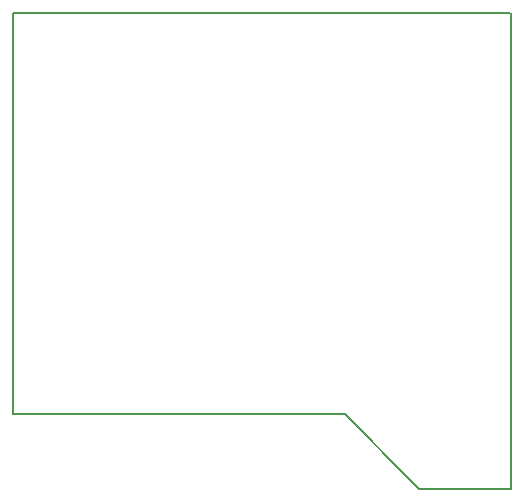
<source format=gm1>
G04 #@! TF.FileFunction,Profile,NP*
%FSLAX46Y46*%
G04 Gerber Fmt 4.6, Leading zero omitted, Abs format (unit mm)*
G04 Created by KiCad (PCBNEW 4.0.2-stable) date 03/11/2016 07:27:08 a.m.*
%MOMM*%
G01*
G04 APERTURE LIST*
%ADD10C,0.100000*%
%ADD11C,0.150000*%
G04 APERTURE END LIST*
D10*
D11*
X99227800Y-64992200D02*
X99227800Y-65017600D01*
X99227800Y-105302000D02*
X99227800Y-64992200D01*
X99050000Y-105302000D02*
X99227800Y-105302000D01*
X91480800Y-105302000D02*
X99050000Y-105302000D01*
X90769600Y-104590800D02*
X91480800Y-105302000D01*
X85156200Y-98977400D02*
X90769600Y-104590800D01*
X57114600Y-98977400D02*
X85156200Y-98977400D01*
X57114600Y-64992200D02*
X57114600Y-98977400D01*
X99202400Y-64992200D02*
X57114600Y-64992200D01*
M02*

</source>
